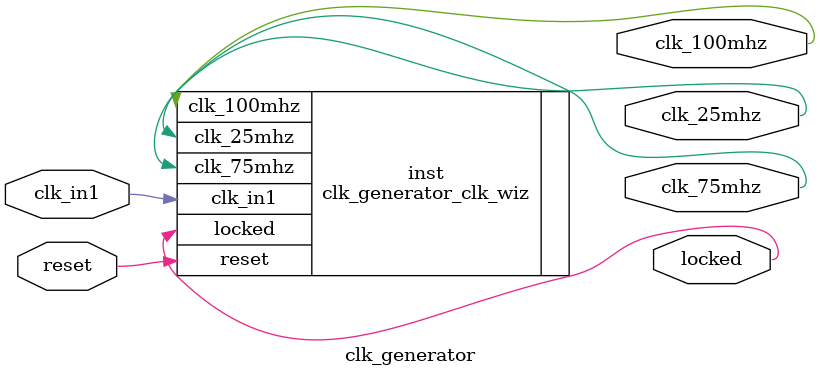
<source format=v>


`timescale 1ps/1ps

(* CORE_GENERATION_INFO = "clk_generator,clk_wiz_v6_0_14_0_0,{component_name=clk_generator,use_phase_alignment=true,use_min_o_jitter=false,use_max_i_jitter=false,use_dyn_phase_shift=false,use_inclk_switchover=false,use_dyn_reconfig=false,enable_axi=0,feedback_source=FDBK_AUTO,PRIMITIVE=PLL,num_out_clk=3,clkin1_period=10.000,clkin2_period=10.000,use_power_down=false,use_reset=true,use_locked=true,use_inclk_stopped=false,feedback_type=SINGLE,CLOCK_MGR_TYPE=NA,manual_override=false}" *)

module clk_generator 
 (
  // Clock out ports
  output        clk_100mhz,
  output        clk_25mhz,
  output        clk_75mhz,
  // Status and control signals
  input         reset,
  output        locked,
 // Clock in ports
  input         clk_in1
 );

  clk_generator_clk_wiz inst
  (
  // Clock out ports  
  .clk_100mhz(clk_100mhz),
  .clk_25mhz(clk_25mhz),
  .clk_75mhz(clk_75mhz),
  // Status and control signals               
  .reset(reset), 
  .locked(locked),
 // Clock in ports
  .clk_in1(clk_in1)
  );

endmodule

</source>
